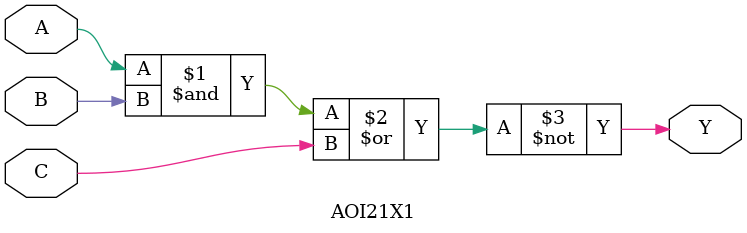
<source format=v>


module AOI21X1 (Y, A, B, C );

	input A, B, C;
	output Y;

	assign Y = ~((A&B)|C);

	specify
		(A => Y) = (1.0, 1.0);
		(B => Y) = (1.0, 1.0);
		(C => Y) = (1.0, 1.0);
	endspecify

endmodule

</source>
